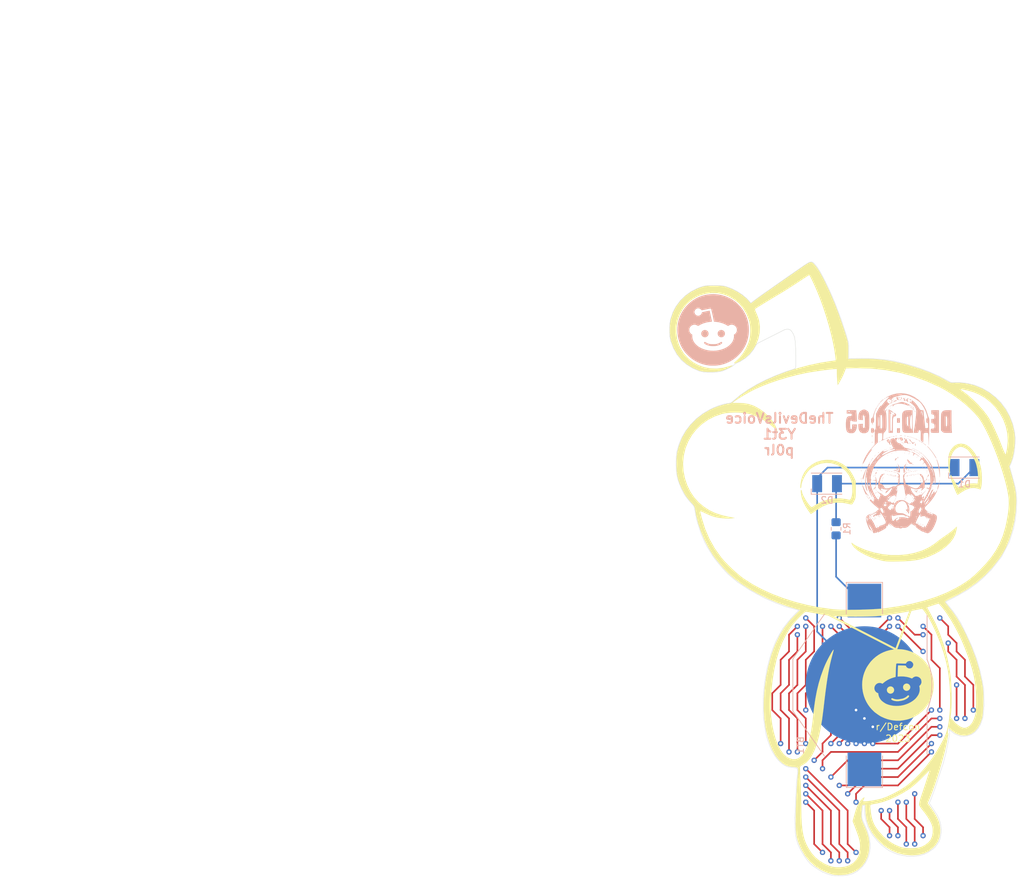
<source format=kicad_pcb>
(kicad_pcb (version 20211014) (generator pcbnew)
  (title_block (title "r/DEFCON") (date "2022-08-25") (rev "v1.5") (company "DE:AD:10:C5"))
  (layers (0 "F.Cu" signal) (31 "B.Cu" signal) (34 "B.Paste" user) (35 "F.Paste" user) (36 "B.SilkS" user "B.Silkscreen") (37 "F.SilkS" user "F.Silkscreen") (38 "B.Mask" user) (39 "F.Mask" user) (44 "Edge.Cuts" user))
  (net 0 "")
  (net 1 "Net-(BT1-Pad2)")
  (net 2 "Net-(BT1-Pad1)")
  (net 3 "Net-(D1-Pad2)")
  (footprint "reddit:reddit_silkscreen" (layer "F.Cu") (at 143.51 100.2665)
    (fp_text reference "G***" hide)
    (fp_text value "LOGO" hide)
  )
  (footprint "MountingHole:MountingHole_3.2mm_M3_ISO14580" (layer "F.Cu") (at 135.1026 59.182)
    (fp_text reference "REF**" hide)
    (fp_text value "MountingHole_3.2mm_M3_ISO14580" hide)
  )
  (footprint "reddit:reddit_logo_silkscreen" (layer "F.Cu") (at 149.86 116.84 10)
    (fp_text reference "G***" hide)
    (fp_text value "LOGO" hide)
  )
  (footprint "Battery:BatteryHolder_Keystone_3002_1x2032" (layer "B.Cu") (at 144.78 116.84 90)
    (fp_text reference "BT1")
    (fp_text value "Battery_Cell")
  )
  (footprint "LED_SMD:LED_PLCC-2" (layer "B.Cu") (at 139.1172 86.3092)
    (fp_text reference "D2")
    (fp_text value "LED")
  )
  (footprint "LED_SMD:LED_PLCC-2" (layer "B.Cu") (at 159.9424 83.8708)
    (fp_text reference "D1")
    (fp_text value "LED")
  )
  (footprint "Resistor_SMD:R_0805_2012Metric_Pad1.20x1.40mm_HandSolder" (layer "B.Cu") (at 140.4874 93.1578 90)
    (fp_text reference "R1")
    (fp_text value "R")
  )
  (footprint "reddit:D3AD10C5_silkscreen" (layer "B.Cu") (at 150.2918 83.1088 180)
    (fp_text reference "G***" hide)
    (fp_text value "LOGO" hide)
  )
  (footprint "reddit:reddit_logo_silkscreen" (layer "B.Cu") (at 121.8438 62.992 180)
    (fp_text reference "G***" hide)
    (fp_text value "LOGO" hide)
  )
  (gr_line (start 139.1158 106.0704) (end 149.5806 111.4552) (layer "F.SilkS") (width 0.3))
  (gr_line (start 149.606 111.4044) (end 151.892 105.2322) (layer "F.SilkS") (width 0.3))
  (gr_line (start 157.607 123.571) (end 157.6578 123.7488) (layer "Edge.Cuts") (width 0.05))
  (gr_line (start 145.034 137.4648) (end 145.3134 138.3538) (layer "Edge.Cuts") (width 0.05))
  (gr_line (start 136.7028 52.6796) (end 136.5504 52.705) (layer "Edge.Cuts") (width 0.05))
  (gr_line (start 128.4224 65.2018) (end 128.6002 65.024) (layer "Edge.Cuts") (width 0.05))
  (gr_line (start 134.366 68.6562) (end 134.3914 68.4784) (layer "Edge.Cuts") (width 0.05))
  (gr_line (start 134.2644 68.834) (end 134.0866 68.9356) (layer "Edge.Cuts") (width 0.05))
  (gr_line (start 141.224 61.341) (end 140.9192 60.5282) (layer "Edge.Cuts") (width 0.05))
  (gr_line (start 144.5514 144.2974) (end 144.2974 144.5768) (layer "Edge.Cuts") (width 0.05))
  (gr_line (start 120.3198 56.388) (end 120.6754 56.3118) (layer "Edge.Cuts") (width 0.05))
  (gr_line (start 144.2974 144.5768) (end 144.0688 144.78) (layer "Edge.Cuts") (width 0.05))
  (gr_line (start 128.3716 58.3184) (end 128.7526 58.039) (layer "Edge.Cuts") (width 0.05))
  (gr_line (start 130.3528 103.9622) (end 129.794 103.7336) (layer "Edge.Cuts") (width 0.05))
  (gr_line (start 129.8956 124.4854) (end 129.794 123.825) (layer "Edge.Cuts") (width 0.05))
  (gr_line (start 144.3736 136.5504) (end 144.399 136.0932) (layer "Edge.Cuts") (width 0.05))
  (gr_line (start 130.0226 114.3762) (end 130.3274 113.1824) (layer "Edge.Cuts") (width 0.05))
  (gr_line (start 134.62 129.6416) (end 134.5692 129.5146) (layer "Edge.Cuts") (width 0.05))
  (gr_line (start 144.7546 144.0434) (end 144.5514 144.2974) (layer "Edge.Cuts") (width 0.05))
  (gr_line (start 163.703 72.4662) (end 164.6682 73.2282) (layer "Edge.Cuts") (width 0.05))
  (gr_line (start 117.221 67.7164) (end 117.0178 67.5386) (layer "Edge.Cuts") (width 0.05))
  (gr_line (start 162.7378 121.7676) (end 162.4838 122.5042) (layer "Edge.Cuts") (width 0.05))
  (gr_line (start 115.5192 61.0108) (end 115.7478 60.325) (layer "Edge.Cuts") (width 0.05))
  (gr_line (start 142.2908 64.6684) (end 142.1892 64.3636) (layer "Edge.Cuts") (width 0.05))
  (gr_line (start 160.401 124.5616) (end 159.8422 124.6378) (layer "Edge.Cuts") (width 0.05))
  (gr_line (start 136.4996 143.8656) (end 136.1948 143.5354) (layer "Edge.Cuts") (width 0.05))
  (gr_line (start 120.7262 75.438) (end 121.3866 75.057) (layer "Edge.Cuts") (width 0.05))
  (gr_line (start 137.8712 144.8816) (end 137.4648 144.6022) (layer "Edge.Cuts") (width 0.05))
  (gr_line (start 121.666 56.261) (end 122.555 56.261) (layer "Edge.Cuts") (width 0.05))
  (gr_line (start 154.6098 134.7724) (end 155.4226 135.9916) (layer "Edge.Cuts") (width 0.05))
  (gr_line (start 166.2176 96.139) (end 165.5826 97.3582) (layer "Edge.Cuts") (width 0.05))
  (gr_line (start 128.4732 71.2724) (end 129.5146 70.739) (layer "Edge.Cuts") (width 0.05))
  (gr_line (start 124.8918 100.6856) (end 124.1552 100.076) (layer "Edge.Cuts") (width 0.05))
  (gr_line (start 118.4148 77.3684) (end 118.872 76.9112) (layer "Edge.Cuts") (width 0.05))
  (gr_line (start 129.7178 57.3532) (end 130.3782 56.896) (layer "Edge.Cuts") (width 0.05))
  (gr_line (start 129.794 115.7224) (end 130.0226 114.3762) (layer "Edge.Cuts") (width 0.05))
  (gr_line (start 140.335 145.7706) (end 139.9032 145.7198) (layer "Edge.Cuts") (width 0.05))
  (gr_line (start 119.7102 92.8878) (end 119.5324 92.3798) (layer "Edge.Cuts") (width 0.05))
  (gr_line (start 121.9708 74.7776) (end 122.682 74.4982) (layer "Edge.Cuts") (width 0.05))
  (gr_line (start 144.399 136.0932) (end 144.4752 135.4836) (layer "Edge.Cuts") (width 0.05))
  (gr_line (start 136.7536 144.0942) (end 136.4996 143.8656) (layer "Edge.Cuts") (width 0.05))
  (gr_line (start 120.6754 56.3118) (end 120.9294 56.2864) (layer "Edge.Cuts") (width 0.05))
  (gr_line (start 134.5692 129.5146) (end 134.493 129.4384) (layer "Edge.Cuts") (width 0.05))
  (gr_line (start 155.194 141.7066) (end 154.813 141.9606) (layer "Edge.Cuts") (width 0.05))
  (gr_line (start 119.8372 56.5404) (end 120.3198 56.388) (layer "Edge.Cuts") (width 0.05))
  (gr_line (start 162.7378 100.6348) (end 161.8742 101.3714) (layer "Edge.Cuts") (width 0.05))
  (gr_line (start 147.4216 67.4624) (end 146.177 67.3608) (layer "Edge.Cuts") (width 0.05))
  (gr_line (start 167.4368 81.788) (end 167.259 82.5246) (layer "Edge.Cuts") (width 0.05))
  (gr_line (start 132.9182 69.3166) (end 133.604 69.088) (layer "Edge.Cuts") (width 0.05))
  (gr_line (start 125.5522 67.945) (end 125.9586 67.7672) (layer "Edge.Cuts") (width 0.05))
  (gr_line (start 166.8018 76.0984) (end 167.259 77.2668) (layer "Edge.Cuts") (width 0.05))
  (gr_line (start 167.386 93.1164) (end 166.751 95.123) (layer "Edge.Cuts") (width 0.05))
  (gr_line (start 157.6578 123.7488) (end 157.6832 124.333) (layer "Edge.Cuts") (width 0.05))
  (gr_line (start 156.4132 139.2174) (end 156.337 139.7254) (layer "Edge.Cuts") (width 0.05))
  (gr_line (start 157.7086 70.8914) (end 157.8356 70.9422) (layer "Edge.Cuts") (width 0.05))
  (gr_line (start 115.2398 63.3984) (end 115.2398 62.6364) (layer "Edge.Cuts") (width 0.05))
  (gr_line (start 145.415 142.748) (end 145.288 143.1036) (layer "Edge.Cuts") (width 0.05))
  (gr_line (start 140.4874 59.3852) (end 140.2842 58.8518) (layer "Edge.Cuts") (width 0.05))
  (gr_line (start 129.4384 119.6848) (end 129.4638 118.491) (layer "Edge.Cuts") (width 0.05))
  (gr_line (start 144.6022 137.5918) (end 144.4498 137.2362) (layer "Edge.Cuts") (width 0.05))
  (gr_line (start 159.004 124.4854) (end 158.4198 124.2314) (layer "Edge.Cuts") (width 0.05))
  (gr_line (start 115.2906 64.0334) (end 115.2398 63.3984) (layer "Edge.Cuts") (width 0.05))
  (gr_line (start 156.337 139.7254) (end 156.21 140.2842) (layer "Edge.Cuts") (width 0.05))
  (gr_line (start 125.2728 68.0974) (end 125.5522 67.945) (layer "Edge.Cuts") (width 0.05))
  (gr_line (start 116.7892 80.0608) (end 116.9416 79.7052) (layer "Edge.Cuts") (width 0.05))
  (gr_line (start 155.4734 132.5372) (end 154.8638 134.1882) (layer "Edge.Cuts") (width 0.05))
  (gr_line (start 132.2832 69.5452) (end 132.9182 69.3166) (layer "Edge.Cuts") (width 0.05))
  (gr_line (start 122.9868 69.2912) (end 122.3264 69.3928) (layer "Edge.Cuts") (width 0.05))
  (gr_line (start 137.0584 144.3482) (end 136.7536 144.0942) (layer "Edge.Cuts") (width 0.05))
  (gr_line (start 151.7396 142.8242) (end 151.1554 142.7988) (layer "Edge.Cuts") (width 0.05))
  (gr_line (start 131.318 104.394) (end 130.8608 104.1908) (layer "Edge.Cuts") (width 0.05))
  (gr_line (start 156.1846 70.0532) (end 157.5054 70.7644) (layer "Edge.Cuts") (width 0.05))
  (gr_line (start 118.5164 57.1754) (end 119.3038 56.769) (layer "Edge.Cuts") (width 0.05))
  (gr_line (start 129.667 116.4844) (end 129.794 115.7224) (layer "Edge.Cuts") (width 0.05))
  (gr_line (start 140.9192 60.5282) (end 140.4874 59.3852) (layer "Edge.Cuts") (width 0.05))
  (gr_line (start 115.7478 60.325) (end 116.0018 59.817) (layer "Edge.Cuts") (width 0.05))
  (gr_line (start 125.9586 67.7672) (end 126.6698 67.31) (layer "Edge.Cuts") (width 0.05))
  (gr_line (start 129.794 123.825) (end 129.667 123.1138) (layer "Edge.Cuts") (width 0.05))
  (gr_line (start 155.4988 141.4272) (end 155.194 141.7066) (layer "Edge.Cuts") (width 0.05))
  (gr_line (start 134.9248 141.478) (end 134.7216 141.0208) (layer "Edge.Cuts") (width 0.05))
  (gr_line (start 167.5384 78.486) (end 167.64 79.4004) (layer "Edge.Cuts") (width 0.05))
  (gr_line (start 166.116 74.8792) (end 166.243 75.057) (layer "Edge.Cuts") (width 0.05))
  (gr_line (start 134.1882 64.0842) (end 133.985 63.5762) (layer "Edge.Cuts") (width 0.05))
  (gr_line (start 134.3914 68.4784) (end 134.3914 66.9544) (layer "Edge.Cuts") (width 0.05))
  (gr_line (start 124.7394 56.769) (end 125.3744 57.0992) (layer "Edge.Cuts") (width 0.05))
  (gr_line (start 159.2072 70.9676) (end 159.9692 71.0438) (layer "Edge.Cuts") (width 0.05))
  (gr_line (start 144.5006 135.2296) (end 144.526 135.1534) (layer "Edge.Cuts") (width 0.05))
  (gr_line (start 122.682 74.4982) (end 123.19 74.3458) (layer "Edge.Cuts") (width 0.05))
  (gr_line (start 145.5928 140.462) (end 145.6436 140.97) (layer "Edge.Cuts") (width 0.05))
  (gr_line (start 157.099 104.2416) (end 157.099 104.267) (layer "Edge.Cuts") (width 0.05))
  (gr_line (start 157.2768 104.1146) (end 157.099 104.2416) (layer "Edge.Cuts") (width 0.05))
  (gr_line (start 132.588 128.9812) (end 132.3086 128.778) (layer "Edge.Cuts") (width 0.05))
  (gr_line (start 134.2644 138.4554) (end 134.2644 137.8712) (layer "Edge.Cuts") (width 0.05))
  (gr_line (start 144.8308 135.9916) (end 144.8562 136.5504) (layer "Edge.Cuts") (width 0.05))
  (gr_line (start 160.5788 71.1454) (end 161.417 71.3486) (layer "Edge.Cuts") (width 0.05))
  (gr_line (start 124.1552 100.076) (end 123.698 99.5934) (layer "Edge.Cuts") (width 0.05))
  (gr_line (start 125.5268 101.219) (end 124.8918 100.6856) (layer "Edge.Cuts") (width 0.05))
  (gr_line (start 129.5654 117.3988) (end 129.667 116.4844) (layer "Edge.Cuts") (width 0.05))
  (gr_line (start 115.3414 64.262) (end 115.2906 64.0334) (layer "Edge.Cuts") (width 0.05))
  (gr_line (start 156.083 140.589) (end 155.8544 140.9446) (layer "Edge.Cuts") (width 0.05))
  (gr_line (start 125.5268 57.1754) (end 126.2126 57.6326) (layer "Edge.Cuts") (width 0.05))
  (gr_line (start 123.9266 74.168) (end 124.3076 74.1172) (layer "Edge.Cuts") (width 0.05))
  (gr_line (start 119.0752 90.2716) (end 118.9736 89.8398) (layer "Edge.Cuts") (width 0.05))
  (gr_line (start 132.6642 62.9666) (end 132.969 62.8904) (layer "Edge.Cuts") (width 0.05))
  (gr_line (start 144.5514 135.128) (end 144.6276 135.1026) (layer "Edge.Cuts") (width 0.05))
  (gr_line (start 118.2116 88.9) (end 117.9322 88.5444) (layer "Edge.Cuts") (width 0.05))
  (gr_line (start 123.19 74.3458) (end 123.5456 74.2442) (layer "Edge.Cuts") (width 0.05))
  (gr_line (start 116.5352 85.7504) (end 116.3828 85.1408) (layer "Edge.Cuts") (width 0.05))
  (gr_line (start 129.5146 70.739) (end 129.8702 70.5612) (layer "Edge.Cuts") (width 0.05))
  (gr_line (start 141.9098 63.3984) (end 141.6304 62.5602) (layer "Edge.Cuts") (width 0.05))
  (gr_line (start 121.3866 75.057) (end 121.9708 74.7776) (layer "Edge.Cuts") (width 0.05))
  (gr_line (start 130.8608 104.1908) (end 130.3528 103.9622) (layer "Edge.Cuts") (width 0.05))
  (gr_line (start 149.3266 67.7418) (end 150.9014 68.1228) (layer "Edge.Cuts") (width 0.05))
  (gr_line (start 129.8702 70.5612) (end 130.8608 70.1294) (layer "Edge.Cuts") (width 0.05))
  (gr_line (start 145.288 139.2174) (end 145.2118 138.9634) (layer "Edge.Cuts") (width 0.05))
  (gr_line (start 138.8364 55.6514) (end 138.4046 54.8132) (layer "Edge.Cuts") (width 0.05))
  (gr_line (start 116.2812 82.169) (end 116.3574 81.4578) (layer "Edge.Cuts") (width 0.05))
  (gr_line (start 120.9548 95.9104) (end 120.5992 95.2246) (layer "Edge.Cuts") (width 0.05))
  (gr_line (start 162.8394 117.3988) (end 162.8902 118.3386) (layer "Edge.Cuts") (width 0.05))
  (gr_line (start 139.1412 145.4912) (end 138.4808 145.2372) (layer "Edge.Cuts") (width 0.05))
  (gr_line (start 133.604 69.088) (end 134.0866 68.9356) (layer "Edge.Cuts") (width 0.05))
  (gr_line (start 148.209 141.7574) (end 147.828 141.478) (layer "Edge.Cuts") (width 0.05))
  (gr_line (start 167.6146 80.2132) (end 167.5638 80.8228) (layer "Edge.Cuts") (width 0.05))
  (gr_line (start 145.1356 143.4338) (end 144.907 143.8402) (layer "Edge.Cuts") (width 0.05))
  (gr_line (start 129.2098 57.7088) (end 129.7178 57.3532) (layer "Edge.Cuts") (width 0.05))
  (gr_line (start 165.5826 97.3582) (end 164.8206 98.3488) (layer "Edge.Cuts") (width 0.05))
  (gr_line (start 161.1376 111.2012) (end 161.5694 112.3442) (layer "Edge.Cuts") (width 0.05))
  (gr_line (start 118.9736 89.8398) (end 118.8974 89.662) (layer "Edge.Cuts") (width 0.05))
  (gr_line (start 142.3924 67.3608) (end 142.3924 65.4304) (layer "Edge.Cuts") (width 0.05))
  (gr_line (start 116.2304 59.4106) (end 116.6114 58.9026) (layer "Edge.Cuts") (width 0.05))
  (gr_line (start 131.5212 127.9906) (end 131.2672 127.6604) (layer "Edge.Cuts") (width 0.05))
  (gr_line (start 156.3624 138.1252) (end 156.4132 138.7094) (layer "Edge.Cuts") (width 0.05))
  (gr_line (start 146.9644 140.716) (end 146.685 140.4112) (layer "Edge.Cuts") (width 0.05))
  (gr_line (start 116.6114 58.9026) (end 116.8654 58.547) (layer "Edge.Cuts") (width 0.05))
  (gr_line (start 116.2304 82.9056) (end 116.2812 82.169) (layer "Edge.Cuts") (width 0.05))
  (gr_line (start 137.7188 53.6194) (end 137.2616 53.0352) (layer "Edge.Cuts") (width 0.05))
  (gr_line (start 146.3802 140.0302) (end 146.05 139.6492) (layer "Edge.Cuts") (width 0.05))
  (gr_line (start 127.1524 72.0598) (end 128.4732 71.2724) (layer "Edge.Cuts") (width 0.05))
  (gr_line (start 142.3924 65.4304) (end 142.367 65.0494) (layer "Edge.Cuts") (width 0.05))
  (gr_line (start 155.4226 135.9916) (end 155.829 136.6266) (layer "Edge.Cuts") (width 0.05))
  (gr_line (start 162.9156 119.9896) (end 162.7378 121.7676) (layer "Edge.Cuts") (width 0.05))
  (gr_line (start 153.2382 68.834) (end 154.7622 69.4182) (layer "Edge.Cuts") (width 0.05))
  (gr_line (start 126.7968 58.1152) (end 126.9238 58.2168) (layer "Edge.Cuts") (width 0.05))
  (gr_line (start 156.2354 137.6172) (end 156.3624 138.1252) (layer "Edge.Cuts") (width 0.05))
  (gr_line (start 135.509 53.3146) (end 135.6868 53.1876) (layer "Edge.Cuts") (width 0.05))
  (gr_line (start 124.333 68.7324) (end 123.698 69.0372) (layer "Edge.Cuts") (width 0.05))
  (gr_line (start 131.7244 128.2446) (end 131.5212 127.9906) (layer "Edge.Cuts") (width 0.05))
  (gr_line (start 133.2484 62.8904) (end 133.5024 62.9666) (layer "Edge.Cuts") (width 0.05))
  (gr_line (start 134.1374 129.3876) (end 133.604 129.3114) (layer "Edge.Cuts") (width 0.05))
  (gr_line (start 162.2806 114.6302) (end 162.6362 116.2558) (layer "Edge.Cuts") (width 0.05))
  (gr_line (start 120.269 75.7174) (end 120.7262 75.438) (layer "Edge.Cuts") (width 0.05))
  (gr_line (start 118.11 57.4548) (end 118.5164 57.1754) (layer "Edge.Cuts") (width 0.05))
  (gr_line (start 123.698 99.5934) (end 123.317 99.1616) (layer "Edge.Cuts") (width 0.05))
  (gr_line (start 137.2616 53.0352) (end 137.1092 52.8828) (layer "Edge.Cuts") (width 0.05))
  (gr_line (start 126.2888 57.6834) (end 126.7968 58.1152) (layer "Edge.Cuts") (width 0.05))
  (gr_line (start 166.7764 83.6676) (end 167.1574 85.0646) (layer "Edge.Cuts") (width 0.05))
  (gr_line (start 128.7526 58.039) (end 129.2098 57.7088) (layer "Edge.Cuts") (width 0.05))
  (gr_line (start 135.8138 143.002) (end 135.6106 142.6972) (layer "Edge.Cuts") (width 0.05))
  (gr_line (start 156.083 137.1346) (end 156.2354 137.6172) (layer "Edge.Cuts") (width 0.05))
  (gr_line (start 159.4104 124.6124) (end 159.004 124.4854) (layer "Edge.Cuts") (width 0.05))
  (gr_line (start 159.8422 124.6378) (end 159.4104 124.6124) (layer "Edge.Cuts") (width 0.05))
  (gr_line (start 123.5456 74.2442) (end 123.9266 74.168) (layer "Edge.Cuts") (width 0.05))
  (gr_line (start 133.604 54.6354) (end 134.2644 54.1782) (layer "Edge.Cuts") (width 0.05))
  (gr_line (start 130.683 126.6952) (end 130.429 126.0856) (layer "Edge.Cuts") (width 0.05))
  (gr_line (start 121.7422 97.1804) (end 121.3866 96.5962) (layer "Edge.Cuts") (width 0.05))
  (gr_line (start 149.987 142.5702) (end 149.5806 142.4432) (layer "Edge.Cuts") (width 0.05))
  (gr_line (start 144.399 136.9568) (end 144.3736 136.5504) (layer "Edge.Cuts") (width 0.05))
  (gr_line (start 125.3744 57.0992) (end 125.5268 57.1754) (layer "Edge.Cuts") (width 0.05))
  (gr_line (start 147.3962 141.1224) (end 146.9644 140.716) (layer "Edge.Cuts") (width 0.05))
  (gr_line (start 158.0388 70.993) (end 158.5214 70.9676) (layer "Edge.Cuts") (width 0.05))
  (gr_line (start 148.5392 141.986) (end 148.209 141.7574) (layer "Edge.Cuts") (width 0.05))
  (gr_line (start 145.5166 138.7602) (end 145.3134 138.3538) (layer "Edge.Cuts") (width 0.05))
  (gr_line (start 117.1448 79.248) (end 117.221 79.121) (layer "Edge.Cuts") (width 0.05))
  (gr_line (start 121.7168 69.4182) (end 120.9294 69.4182) (layer "Edge.Cuts") (width 0.05))
  (gr_line (start 144.8562 136.5504) (end 145.034 137.4648) (layer "Edge.Cuts") (width 0.05))
  (gr_line (start 134.493 129.4384) (end 134.366 129.413) (layer "Edge.Cuts") (width 0.05))
  (gr_line (start 134.2898 64.7954) (end 134.1882 64.0842) (layer "Edge.Cuts") (width 0.05))
  (gr_line (start 115.2906 61.976) (end 115.3922 61.3918) (layer "Edge.Cuts") (width 0.05))
  (gr_line (start 134.3152 139.2682) (end 134.2644 138.4554) (layer "Edge.Cuts") (width 0.05))
  (gr_line (start 158.1404 105.5878) (end 158.8262 106.553) (layer "Edge.Cuts") (width 0.05))
  (gr_line (start 134.2644 54.1782) (end 135.1026 53.594) (layer "Edge.Cuts") (width 0.05))
  (gr_line (start 142.0622 63.881) (end 141.9098 63.3984) (layer "Edge.Cuts") (width 0.05))
  (gr_line (start 123.317 99.1616) (end 122.682 98.425) (layer "Edge.Cuts") (width 0.05))
  (gr_line (start 116.9416 79.7052) (end 117.1448 79.248) (layer "Edge.Cuts") (width 0.05))
  (gr_line (start 135.1534 141.9352) (end 134.9248 141.478) (layer "Edge.Cuts") (width 0.05))
  (gr_line (start 145.5166 139.9794) (end 145.5928 140.462) (layer "Edge.Cuts") (width 0.05))
  (gr_line (start 118.7196 68.7832) (end 118.1608 68.4276) (layer "Edge.Cuts") (width 0.05))
  (gr_line (start 144.4498 137.2362) (end 144.399 136.9568) (layer "Edge.Cuts") (width 0.05))
  (gr_line (start 157.8356 70.9422) (end 158.0388 70.993) (layer "Edge.Cuts") (width 0.05))
  (gr_line (start 133.5024 62.9666) (end 133.731 63.1698) (layer "Edge.Cuts") (width 0.05))
  (gr_line (start 160.5534 102.3366) (end 159.2326 103.0986) (layer "Edge.Cuts") (width 0.05))
  (gr_line (start 166.9542 83.3628) (end 166.7764 83.6676) (layer "Edge.Cuts") (width 0.05))
  (gr_line (start 151.1554 142.7988) (end 150.5712 142.6972) (layer "Edge.Cuts") (width 0.05))
  (gr_line (start 120.9294 56.2864) (end 121.666 56.261) (layer "Edge.Cuts") (width 0.05))
  (gr_line (start 147.828 141.478) (end 147.3962 141.1224) (layer "Edge.Cuts") (width 0.05))
  (gr_line (start 148.336 67.564) (end 149.3266 67.7418) (layer "Edge.Cuts") (width 0.05))
  (gr_line (start 117.8306 78.1304) (end 118.4148 77.3684) (layer "Edge.Cuts") (width 0.05))
  (gr_line (start 116.586 80.645) (end 116.7892 80.0608) (layer "Edge.Cuts") (width 0.05))
  (gr_line (start 145.288 139.2174) (end 145.415 139.5984) (layer "Edge.Cuts") (width 0.05))
  (gr_line (start 143.0528 145.4404) (end 142.748 145.542) (layer "Edge.Cuts") (width 0.05))
  (gr_line (start 135.6106 142.6972) (end 135.3312 142.24) (layer "Edge.Cuts") (width 0.05))
  (gr_line (start 134.366 139.7) (end 134.3152 139.2682) (layer "Edge.Cuts") (width 0.05))
  (gr_line (start 162.3568 122.8598) (end 162.0266 123.4186) (layer "Edge.Cuts") (width 0.05))
  (gr_line (start 117.6274 88.138) (end 117.4496 87.8586) (layer "Edge.Cuts") (width 0.05))
  (gr_line (start 117.8306 68.2244) (end 117.221 67.7164) (layer "Edge.Cuts") (width 0.05))
  (gr_line (start 134.3914 66.9544) (end 134.366 65.913) (layer "Edge.Cuts") (width 0.05))
  (gr_line (start 158.5214 70.9676) (end 159.2072 70.9676) (layer "Edge.Cuts") (width 0.05))
  (gr_line (start 145.6436 140.97) (end 145.6436 141.5542) (layer "Edge.Cuts") (width 0.05))
  (gr_line (start 128.2192 65.532) (end 128.4224 65.2018) (layer "Edge.Cuts") (width 0.05))
  (gr_line (start 144.907 143.8402) (end 144.7546 144.0434) (layer "Edge.Cuts") (width 0.05))
  (gr_line (start 145.4912 142.4686) (end 145.415 142.748) (layer "Edge.Cuts") (width 0.05))
  (gr_line (start 118.4402 89.154) (end 118.2116 88.9) (layer "Edge.Cuts") (width 0.05))
  (gr_line (start 138.4046 54.8132) (end 138.0998 54.2544) (layer "Edge.Cuts") (width 0.05))
  (gr_line (start 132.588 104.8766) (end 131.9276 104.6226) (layer "Edge.Cuts") (width 0.05))
  (gr_line (start 129.667 123.1138) (end 129.4892 121.8184) (layer "Edge.Cuts") (width 0.05))
  (gr_line (start 149.225 142.2908) (end 148.5392 141.986) (layer "Edge.Cuts") (width 0.05))
  (gr_line (start 160.909 110.6678) (end 161.1376 111.2012) (layer "Edge.Cuts") (width 0.05))
  (gr_line (start 135.3312 142.24) (end 135.1534 141.9352) (layer "Edge.Cuts") (width 0.05))
  (gr_line (start 167.8178 87.8586) (end 167.8686 88.8492) (layer "Edge.Cuts") (width 0.05))
  (gr_line (start 134.874 105.5116) (end 133.35 105.1052) (layer "Edge.Cuts") (width 0.05))
  (gr_line (start 116.7384 86.3346) (end 116.5352 85.7504) (layer "Edge.Cuts") (width 0.05))
  (gr_line (start 167.5638 80.8228) (end 167.4368 81.788) (layer "Edge.Cuts") (width 0.05))
  (gr_line (start 138.0998 54.2544) (end 137.7188 53.6194) (layer "Edge.Cuts") (width 0.05))
  (gr_line (start 142.1892 64.3636) (end 142.0622 63.881) (layer "Edge.Cuts") (width 0.05))
  (gr_line (start 117.221 79.121) (end 117.7036 78.2828) (layer "Edge.Cuts") (width 0.05))
  (gr_line (start 136.9568 52.7558) (end 136.8298 52.705) (layer "Edge.Cuts") (width 0.05))
  (gr_line (start 131.9022 109.1692) (end 132.4356 108.2802) (layer "Edge.Cuts") (width 0.05))
  (gr_line (start 117.2972 58.1406) (end 117.6274 57.8104) (layer "Edge.Cuts") (width 0.05))
  (gr_line (start 152.2222 142.8242) (end 151.7396 142.8242) (layer "Edge.Cuts") (width 0.05))
  (gr_line (start 145.5928 142.0876) (end 145.4912 142.4686) (layer "Edge.Cuts") (width 0.05))
  (gr_line (start 127.8128 66.167) (end 127.9652 65.9638) (layer "Edge.Cuts") (width 0.05))
  (gr_line (start 142.748 145.542) (end 142.2908 145.669) (layer "Edge.Cuts") (width 0.05))
  (gr_line (start 158.4198 124.2314) (end 157.8864 123.825) (layer "Edge.Cuts") (width 0.05))
  (gr_line (start 155.829 136.6266) (end 156.083 137.1346) (layer "Edge.Cuts") (width 0.05))
  (gr_line (start 141.9606 145.7198) (end 141.4272 145.7706) (layer "Edge.Cuts") (width 0.05))
  (gr_line (start 139.8778 57.912) (end 139.4968 57.023) (layer "Edge.Cuts") (width 0.05))
  (gr_line (start 138.4808 145.2372) (end 137.8712 144.8816) (layer "Edge.Cuts") (width 0.05))
  (gr_line (start 135.6868 53.1876) (end 135.9662 53.0098) (layer "Edge.Cuts") (width 0.05))
  (gr_line (start 132.9944 129.1844) (end 132.588 128.9812) (layer "Edge.Cuts") (width 0.05))
  (gr_line (start 149.5806 142.4432) (end 149.225 142.2908) (layer "Edge.Cuts") (width 0.05))
  (gr_line (start 127.2286 58.547) (end 127.5588 58.928) (layer "Edge.Cuts") (width 0.05))
  (gr_line (start 130.3782 56.896) (end 131.1656 56.3372) (layer "Edge.Cuts") (width 0.05))
  (gr_line (start 130.1496 125.2982) (end 129.8956 124.4854) (layer "Edge.Cuts") (width 0.05))
  (gr_line (start 140.2842 58.8518) (end 139.8778 57.912) (layer "Edge.Cuts") (width 0.05))
  (gr_line (start 132.969 105.0036) (end 132.588 104.8766) (layer "Edge.Cuts") (width 0.05))
  (gr_line (start 127.9652 65.9638) (end 128.2192 65.532) (layer "Edge.Cuts") (width 0.05))
  (gr_line (start 164.6682 73.2282) (end 165.481 74.041) (layer "Edge.Cuts") (width 0.05))
  (gr_line (start 142.2908 145.669) (end 141.9606 145.7198) (layer "Edge.Cuts") (width 0.05))
  (gr_line (start 117.0178 67.5386) (end 116.3574 66.7004) (layer "Edge.Cuts") (width 0.05))
  (gr_line (start 157.6832 124.333) (end 157.48 125.5014) (layer "Edge.Cuts") (width 0.05))
  (gr_line (start 133.096 107.4166) (end 133.6294 106.7816) (layer "Edge.Cuts") (width 0.05))
  (gr_line (start 129.4384 120.7262) (end 129.4384 119.6848) (layer "Edge.Cuts") (width 0.05))
  (gr_line (start 157.1244 104.3432) (end 157.2768 104.521) (layer "Edge.Cuts") (width 0.05))
  (gr_line (start 162.0266 123.4186) (end 161.5694 123.952) (layer "Edge.Cuts") (width 0.05))
  (gr_line (start 157.2768 104.521) (end 158.1404 105.5878) (layer "Edge.Cuts") (width 0.05))
  (gr_line (start 116.0018 59.817) (end 116.2304 59.4106) (layer "Edge.Cuts") (width 0.05))
  (gr_line (start 119.5324 92.3798) (end 119.3292 91.6432) (layer "Edge.Cuts") (width 0.05))
  (gr_line (start 126.6698 67.31) (end 127.381 66.7258) (layer "Edge.Cuts") (width 0.05))
  (gr_line (start 144.3736 67.31) (end 143.6116 67.31) (layer "Edge.Cuts") (width 0.05))
  (gr_line (start 136.1948 143.5354) (end 136.0424 143.3068) (layer "Edge.Cuts") (width 0.05))
  (gr_line (start 145.288 143.1036) (end 145.1356 143.4338) (layer "Edge.Cuts") (width 0.05))
  (gr_line (start 128.5748 103.0986) (end 127.6858 102.5906) (layer "Edge.Cuts") (width 0.05))
  (gr_line (start 129.2098 103.4288) (end 128.5748 103.0986) (layer "Edge.Cuts") (width 0.05))
  (gr_line (start 130.6322 112.0902) (end 130.937 111.2774) (layer "Edge.Cuts") (width 0.05))
  (gr_line (start 139.5222 145.6182) (end 139.1412 145.4912) (layer "Edge.Cuts") (width 0.05))
  (gr_line (start 119.3292 91.6432) (end 119.2022 91.0082) (layer "Edge.Cuts") (width 0.05))
  (gr_line (start 133.35 105.1052) (end 132.969 105.0036) (layer "Edge.Cuts") (width 0.05))
  (gr_line (start 141.6304 62.5602) (end 141.224 61.341) (layer "Edge.Cuts") (width 0.05))
  (gr_line (start 133.604 129.3114) (end 133.2992 129.286) (layer "Edge.Cuts") (width 0.05))
  (gr_line (start 119.3038 56.769) (end 119.8372 56.5404) (layer "Edge.Cuts") (width 0.05))
  (gr_line (start 158.8262 106.553) (end 159.4104 107.5182) (layer "Edge.Cuts") (width 0.05))
  (gr_line (start 162.6616 71.8566) (end 163.703 72.4662) (layer "Edge.Cuts") (width 0.05))
  (gr_line (start 145.7706 139.2174) (end 145.5166 138.7602) (layer "Edge.Cuts") (width 0.05))
  (gr_line (start 131.9276 104.6226) (end 131.318 104.394) (layer "Edge.Cuts") (width 0.05))
  (gr_line (start 115.4176 64.643) (end 115.3414 64.262) (layer "Edge.Cuts") (width 0.05))
  (gr_line (start 115.3922 61.3918) (end 115.5192 61.0108) (layer "Edge.Cuts") (width 0.05))
  (gr_line (start 133.2992 129.286) (end 132.9944 129.1844) (layer "Edge.Cuts") (width 0.05))
  (gr_line (start 134.493 140.335) (end 134.366 139.7) (layer "Edge.Cuts") (width 0.05))
  (gr_line (start 116.3828 85.1408) (end 116.2812 84.4042) (layer "Edge.Cuts") (width 0.05))
  (gr_line (start 167.259 77.2668) (end 167.3098 77.47) (layer "Edge.Cuts") (width 0.05))
  (gr_line (start 119.2022 91.0082) (end 119.0752 90.2716) (layer "Edge.Cuts") (width 0.05))
  (gr_line (start 143.4338 145.2372) (end 143.0528 145.4404) (layer "Edge.Cuts") (width 0.05))
  (gr_line (start 117.9322 88.5444) (end 117.6274 88.138) (layer "Edge.Cuts") (width 0.05))
  (gr_line (start 117.7036 78.2828) (end 117.8306 78.1304) (layer "Edge.Cuts") (width 0.05))
  (gr_line (start 124.8156 68.453) (end 125.2728 68.0974) (layer "Edge.Cuts") (width 0.05))
  (gr_line (start 167.1574 85.0646) (end 167.6654 86.9442) (layer "Edge.Cuts") (width 0.05))
  (gr_line (start 157.5054 70.7644) (end 157.7086 70.8914) (layer "Edge.Cuts") (width 0.05))
  (gr_line (start 124.5108 74.0664) (end 124.7394 73.914) (layer "Edge.Cuts") (width 0.05))
  (gr_line (start 127.6858 102.5906) (end 127.3048 102.3874) (layer "Edge.Cuts") (width 0.05))
  (gr_line (start 166.751 95.123) (end 166.2176 96.139) (layer "Edge.Cuts") (width 0.05))
  (gr_line (start 115.2398 62.6364) (end 115.2906 61.976) (layer "Edge.Cuts") (width 0.05))
  (gr_line (start 134.239 137.0076) (end 134.493 131.572) (layer "Edge.Cuts") (width 0.05))
  (gr_line (start 121.3866 96.5962) (end 120.9548 95.9104) (layer "Edge.Cuts") (width 0.05))
  (gr_line (start 127.3048 102.3874) (end 125.5268 101.219) (layer "Edge.Cuts") (width 0.05))
  (gr_line (start 130.429 126.0856) (end 130.1496 125.2982) (layer "Edge.Cuts") (width 0.05))
  (gr_line (start 144.4752 135.4836) (end 144.5006 135.2296) (layer "Edge.Cuts") (width 0.05))
  (gr_line (start 144.6276 135.1026) (end 144.8054 135.1026) (layer "Edge.Cuts") (width 0.05))
  (gr_line (start 159.9692 71.0438) (end 160.5788 71.1454) (layer "Edge.Cuts") (width 0.05))
  (gr_line (start 134.6708 130.175) (end 134.6454 129.7686) (layer "Edge.Cuts") (width 0.05))
  (gr_line (start 124.7394 73.914) (end 125.349 73.406) (layer "Edge.Cuts") (width 0.05))
  (gr_line (start 134.366 129.413) (end 134.1374 129.3876) (layer "Edge.Cuts") (width 0.05))
  (gr_line (start 142.367 65.0494) (end 142.2908 64.6684) (layer "Edge.Cuts") (width 0.05))
  (gr_line (start 144.8308 138.0998) (end 144.6022 137.5918) (layer "Edge.Cuts") (width 0.05))
  (gr_line (start 126.9238 58.2168) (end 127.2286 58.547) (layer "Edge.Cuts") (width 0.05))
  (gr_line (start 155.8544 140.9446) (end 155.4988 141.4272) (layer "Edge.Cuts") (width 0.05))
  (gr_line (start 122.3264 69.3928) (end 122.0216 69.4182) (layer "Edge.Cuts") (width 0.05))
  (gr_line (start 161.5694 112.3442) (end 161.7472 112.8014) (layer "Edge.Cuts") (width 0.05))
  (gr_line (start 144.8054 135.1026) (end 144.8308 135.9916) (layer "Edge.Cuts") (width 0.05))
  (gr_line (start 131.0894 70.0278) (end 131.3942 69.9008) (layer "Edge.Cuts") (width 0.05))
  (gr_line (start 139.4968 57.023) (end 138.8364 55.6514) (layer "Edge.Cuts") (width 0.05))
  (gr_line (start 123.7996 56.4134) (end 124.2822 56.5912) (layer "Edge.Cuts") (width 0.05))
  (gr_line (start 161.036 124.333) (end 160.401 124.5616) (layer "Edge.Cuts") (width 0.05))
  (gr_line (start 133.2738 54.864) (end 133.604 54.6354) (layer "Edge.Cuts") (width 0.05))
  (gr_line (start 146.685 140.4112) (end 146.3802 140.0302) (layer "Edge.Cuts") (width 0.05))
  (gr_line (start 156.1846 130.3782) (end 155.4734 132.5372) (layer "Edge.Cuts") (width 0.05))
  (gr_line (start 157.48 125.5014) (end 157.1498 127.1016) (layer "Edge.Cuts") (width 0.05))
  (gr_line (start 115.9002 65.8876) (end 115.824 65.7606) (layer "Edge.Cuts") (width 0.05))
  (gr_line (start 156.21 140.2842) (end 156.083 140.589) (layer "Edge.Cuts") (width 0.05))
  (gr_line (start 162.8902 118.3386) (end 162.9156 119.9896) (layer "Edge.Cuts") (width 0.05))
  (gr_line (start 131.3942 69.9008) (end 132.2832 69.5452) (layer "Edge.Cuts") (width 0.05))
  (gr_line (start 157.1498 127.1016) (end 156.7434 128.6764) (layer "Edge.Cuts") (width 0.05))
  (gr_line (start 134.366 68.6562) (end 134.2644 68.834) (layer "Edge.Cuts") (width 0.05))
  (gr_line (start 143.6116 67.31) (end 142.8242 67.3354) (layer "Edge.Cuts") (width 0.05))
  (gr_line (start 129.4892 121.8184) (end 129.4384 120.7262) (layer "Edge.Cuts") (width 0.05))
  (gr_line (start 128.6002 65.024) (end 132.6642 62.9666) (layer "Edge.Cuts") (width 0.05))
  (gr_line (start 154.8638 134.1882) (end 154.6098 134.7724) (layer "Edge.Cuts") (width 0.05))
  (gr_line (start 145.2118 138.9634) (end 144.8308 138.0998) (layer "Edge.Cuts") (width 0.05))
  (gr_line (start 126.2126 57.6326) (end 126.2888 57.6834) (layer "Edge.Cuts") (width 0.05))
  (gr_line (start 133.6294 106.7816) (end 134.366 105.9942) (layer "Edge.Cuts") (width 0.05))
  (gr_line (start 129.4638 118.491) (end 129.5654 117.3988) (layer "Edge.Cuts") (width 0.05))
  (gr_line (start 130.8608 70.1294) (end 131.0894 70.0278) (layer "Edge.Cuts") (width 0.05))
  (gr_line (start 167.259 82.5246) (end 166.9542 83.3628) (layer "Edge.Cuts") (width 0.05))
  (gr_line (start 120.0404 93.9292) (end 119.7102 92.8878) (layer "Edge.Cuts") (width 0.05))
  (gr_line (start 167.6146 91.948) (end 167.386 93.1164) (layer "Edge.Cuts") (width 0.05))
  (gr_line (start 117.0178 87.0204) (end 116.7384 86.3346) (layer "Edge.Cuts") (width 0.05))
  (gr_line (start 118.618 89.3572) (end 118.4402 89.154) (layer "Edge.Cuts") (width 0.05))
  (gr_line (start 150.9014 68.1228) (end 152.4762 68.58) (layer "Edge.Cuts") (width 0.05))
  (gr_line (start 124.333 68.7324) (end 124.8156 68.453) (layer "Edge.Cuts") (width 0.05))
  (gr_line (start 134.6454 129.7686) (end 134.62 129.6416) (layer "Edge.Cuts") (width 0.05))
  (gr_line (start 130.937 127.1524) (end 130.683 126.6952) (layer "Edge.Cuts") (width 0.05))
  (gr_line (start 146.05 139.6492) (end 145.7706 139.2174) (layer "Edge.Cuts") (width 0.05))
  (gr_line (start 125.9078 72.9234) (end 126.3396 72.6186) (layer "Edge.Cuts") (width 0.05))
  (gr_line (start 167.767 90.7796) (end 167.6146 91.948) (layer "Edge.Cuts") (width 0.05))
  (gr_line (start 143.7386 145.0594) (end 143.4338 145.2372) (layer "Edge.Cuts") (width 0.05))
  (gr_line (start 120.5992 95.2246) (end 120.0404 93.9292) (layer "Edge.Cuts") (width 0.05))
  (gr_line (start 118.1608 68.4276) (end 117.8306 68.2244) (layer "Edge.Cuts") (width 0.05))
  (gr_line (start 145.415 139.5984) (end 145.5166 139.9794) (layer "Edge.Cuts") (width 0.05))
  (gr_line (start 116.3574 81.4578) (end 116.586 80.645) (layer "Edge.Cuts") (width 0.05))
  (gr_line (start 164.8206 98.3488) (end 164.0078 99.3648) (layer "Edge.Cuts") (width 0.05))
  (gr_line (start 115.443 64.7192) (end 115.4176 64.643) (layer "Edge.Cuts") (width 0.05))
  (gr_line (start 132.4356 108.2802) (end 133.096 107.4166) (layer "Edge.Cuts") (width 0.05))
  (gr_line (start 150.5712 142.6972) (end 149.987 142.5702) (layer "Edge.Cuts") (width 0.05))
  (gr_line (start 144.526 135.1534) (end 144.5514 135.128) (layer "Edge.Cuts") (width 0.05))
  (gr_line (start 137.1092 52.8828) (end 136.9568 52.7558) (layer "Edge.Cuts") (width 0.05))
  (gr_line (start 167.3098 77.47) (end 167.5384 78.486) (layer "Edge.Cuts") (width 0.05))
  (gr_line (start 152.7302 142.7734) (end 152.2222 142.8242) (layer "Edge.Cuts") (width 0.05))
  (gr_line (start 161.8742 101.3714) (end 160.5534 102.3366) (layer "Edge.Cuts") (width 0.05))
  (gr_line (start 133.731 63.1698) (end 133.985 63.5762) (layer "Edge.Cuts") (width 0.05))
  (gr_line (start 156.7434 128.6764) (end 156.1846 130.3782) (layer "Edge.Cuts") (width 0.05))
  (gr_line (start 134.493 131.572) (end 134.62 130.5052) (layer "Edge.Cuts") (width 0.05))
  (gr_line (start 115.824 65.7606) (end 115.443 64.7192) (layer "Edge.Cuts") (width 0.05))
  (gr_line (start 167.8178 90.1192) (end 167.767 90.7796) (layer "Edge.Cuts") (width 0.05))
  (gr_line (start 157.8864 123.825) (end 157.607 123.571) (layer "Edge.Cuts") (width 0.05))
  (gr_line (start 116.3574 66.7004) (end 115.9002 65.8876) (layer "Edge.Cuts") (width 0.05))
  (gr_line (start 129.794 103.7336) (end 129.2098 103.4288) (layer "Edge.Cuts") (width 0.05))
  (gr_line (start 154.813 141.9606) (end 154.3558 142.2654) (layer "Edge.Cuts") (width 0.05))
  (gr_line (start 153.2128 142.6972) (end 152.7302 142.7734) (layer "Edge.Cuts") (width 0.05))
  (gr_line (start 145.6436 141.5542) (end 145.5928 142.0876) (layer "Edge.Cuts") (width 0.05))
  (gr_line (start 141.4272 145.7706) (end 140.843 145.7706) (layer "Edge.Cuts") (width 0.05))
  (gr_line (start 167.8686 88.8492) (end 167.8178 90.1192) (layer "Edge.Cuts") (width 0.05))
  (gr_line (start 164.0078 99.3648) (end 162.7378 100.6348) (layer "Edge.Cuts") (width 0.05))
  (gr_line (start 145.4404 67.31) (end 144.3736 67.31) (layer "Edge.Cuts") (width 0.05))
  (gr_line (start 167.64 79.4004) (end 167.6146 80.2132) (layer "Edge.Cuts") (width 0.05))
  (gr_line (start 159.4104 107.5182) (end 160.2486 109.22) (layer "Edge.Cuts") (width 0.05))
  (gr_line (start 135.9662 53.0098) (end 136.3472 52.7812) (layer "Edge.Cuts") (width 0.05))
  (gr_line (start 142.8242 67.3354) (end 142.3924 67.3608) (layer "Edge.Cuts") (width 0.05))
  (gr_line (start 122.682 98.425) (end 122.1232 97.7138) (layer "Edge.Cuts") (width 0.05))
  (gr_line (start 123.3678 56.3118) (end 123.7996 56.4134) (layer "Edge.Cuts") (width 0.05))
  (gr_line (start 139.9032 145.7198) (end 139.5222 145.6182) (layer "Edge.Cuts") (width 0.05))
  (gr_line (start 161.7472 112.8014) (end 162.2806 114.6302) (layer "Edge.Cuts") (width 0.05))
  (gr_line (start 122.1232 97.7138) (end 121.7422 97.1804) (layer "Edge.Cuts") (width 0.05))
  (gr_line (start 140.843 145.7706) (end 140.335 145.7706) (layer "Edge.Cuts") (width 0.05))
  (gr_line (start 118.7704 89.5096) (end 118.618 89.3572) (layer "Edge.Cuts") (width 0.05))
  (gr_line (start 127.5588 58.928) (end 128.0668 58.547) (layer "Edge.Cuts") (width 0.05))
  (gr_line (start 120.4976 69.3928) (end 119.761 69.2404) (layer "Edge.Cuts") (width 0.05))
  (gr_line (start 134.2644 137.8712) (end 134.239 137.0076) (layer "Edge.Cuts") (width 0.05))
  (gr_line (start 125.349 73.406) (end 125.9078 72.9234) (layer "Edge.Cuts") (width 0.05))
  (gr_line (start 158.3944 103.5558) (end 157.2768 104.1146) (layer "Edge.Cuts") (width 0.05))
  (gr_line (start 156.4132 138.7094) (end 156.4132 139.2174) (layer "Edge.Cuts") (width 0.05))
  (gr_line (start 134.366 105.9942) (end 134.874 105.5116) (layer "Edge.Cuts") (width 0.05))
  (gr_line (start 118.8974 89.662) (end 118.7704 89.5096) (layer "Edge.Cuts") (width 0.05))
  (gr_line (start 134.7216 141.0208) (end 134.493 140.335) (layer "Edge.Cuts") (width 0.05))
  (gr_line (start 162.6362 116.2558) (end 162.8394 117.3988) (layer "Edge.Cuts") (width 0.05))
  (gr_line (start 124.2822 56.5912) (end 124.7394 56.769) (layer "Edge.Cuts") (width 0.05))
  (gr_line (start 154.7622 69.4182) (end 156.1846 70.0532) (layer "Edge.Cuts") (width 0.05))
  (gr_line (start 126.3396 72.6186) (end 127.1524 72.0598) (layer "Edge.Cuts") (width 0.05))
  (gr_line (start 134.62 130.5052) (end 134.6708 130.175) (layer "Edge.Cuts") (width 0.05))
  (gr_line (start 136.0424 143.3068) (end 135.8138 143.002) (layer "Edge.Cuts") (width 0.05))
  (gr_line (start 136.3472 52.7812) (end 136.5504 52.705) (layer "Edge.Cuts") (width 0.05))
  (gr_line (start 134.366 65.913) (end 134.2898 64.7954) (layer "Edge.Cuts") (width 0.05))
  (gr_line (start 123.3424 69.1896) (end 122.9868 69.2912) (layer "Edge.Cuts") (width 0.05))
  (gr_line (start 147.4216 67.4624) (end 148.336 67.564) (layer "Edge.Cuts") (width 0.05))
  (gr_line (start 152.4762 68.58) (end 153.2382 68.834) (layer "Edge.Cuts") (width 0.05))
  (gr_line (start 165.481 74.041) (end 166.116 74.8792) (layer "Edge.Cuts") (width 0.05))
  (gr_line (start 122.555 56.261) (end 123.3678 56.3118) (layer "Edge.Cuts") (width 0.05))
  (gr_line (start 161.5694 123.952) (end 161.036 124.333) (layer "Edge.Cuts") (width 0.05))
  (gr_line (start 118.872 76.9112) (end 119.2784 76.4794) (layer "Edge.Cuts") (width 0.05))
  (gr_line (start 144.0688 144.78) (end 143.7386 145.0594) (layer "Edge.Cuts") (width 0.05))
  (gr_line (start 117.4496 87.8586) (end 117.0178 87.0204) (layer "Edge.Cuts") (width 0.05))
  (gr_line (start 116.2812 84.4042) (end 116.2304 83.566) (layer "Edge.Cuts") (width 0.05))
  (gr_line (start 153.8478 142.494) (end 153.2128 142.6972) (layer "Edge.Cuts") (width 0.05))
  (gr_line (start 132.969 62.8904) (end 133.2484 62.8904) (layer "Edge.Cuts") (width 0.05))
  (gr_line (start 123.698 69.0372) (end 123.3424 69.1896) (layer "Edge.Cuts") (width 0.05))
  (gr_line (start 160.2486 109.22) (end 160.909 110.6678) (layer "Edge.Cuts") (width 0.05))
  (gr_line (start 122.0216 69.4182) (end 121.7168 69.4182) (layer "Edge.Cuts") (width 0.05))
  (gr_line (start 162.4838 122.5042) (end 162.3568 122.8598) (layer "Edge.Cuts") (width 0.05))
  (gr_line (start 130.937 111.2774) (end 131.318 110.2868) (layer "Edge.Cuts") (width 0.05))
  (gr_line (start 137.4648 144.6022) (end 137.0584 144.3482) (layer "Edge.Cuts") (width 0.05))
  (gr_line (start 124.3076 74.1172) (end 124.5108 74.0664) (layer "Edge.Cuts") (width 0.05))
  (gr_line (start 116.2304 83.566) (end 116.2304 82.9056) (layer "Edge.Cuts") (width 0.05))
  (gr_line (start 146.177 67.3608) (end 145.4404 67.31) (layer "Edge.Cuts") (width 0.05))
  (gr_line (start 157.099 104.267) (end 157.1244 104.3432) (layer "Edge.Cuts") (width 0.05))
  (gr_line (start 130.3274 113.1824) (end 130.6322 112.0902) (layer "Edge.Cuts") (width 0.05))
  (gr_line (start 136.8298 52.705) (end 136.7028 52.6796) (layer "Edge.Cuts") (width 0.05))
  (gr_line (start 154.3558 142.2654) (end 153.8478 142.494) (layer "Edge.Cuts") (width 0.05))
  (gr_line (start 135.1026 53.594) (end 135.509 53.3146) (layer "Edge.Cuts") (width 0.05))
  (gr_line (start 120.9294 69.4182) (end 120.4976 69.3928) (layer "Edge.Cuts") (width 0.05))
  (gr_line (start 161.417 71.3486) (end 162.6616 71.8566) (layer "Edge.Cuts") (width 0.05))
  (gr_line (start 117.6274 57.8104) (end 118.11 57.4548) (layer "Edge.Cuts") (width 0.05))
  (gr_line (start 166.243 75.057) (end 166.8018 76.0984) (layer "Edge.Cuts") (width 0.05))
  (gr_line (start 128.0668 58.547) (end 128.3716 58.3184) (layer "Edge.Cuts") (width 0.05))
  (gr_line (start 119.2784 76.4794) (end 120.269 75.7174) (layer "Edge.Cuts") (width 0.05))
  (gr_line (start 131.2672 127.6604) (end 130.937 127.1524) (layer "Edge.Cuts") (width 0.05))
  (gr_line (start 119.761 69.2404) (end 118.7196 68.7832) (layer "Edge.Cuts") (width 0.05))
  (gr_line (start 167.6654 86.9442) (end 167.8178 87.8586) (layer "Edge.Cuts") (width 0.05))
  (gr_line (start 159.2326 103.0986) (end 158.3944 103.5558) (layer "Edge.Cuts") (width 0.05))
  (gr_line (start 132.3086 128.778) (end 132.0038 128.524) (layer "Edge.Cuts") (width 0.05))
  (gr_line (start 127.381 66.7258) (end 127.8128 66.167) (layer "Edge.Cuts") (width 0.05))
  (gr_line (start 132.0038 128.524) (end 131.7244 128.2446) (layer "Edge.Cuts") (width 0.05))
  (gr_line (start 132.842 55.1688) (end 133.2738 54.864) (layer "Edge.Cuts") (width 0.05))
  (gr_line (start 131.1656 56.3372) (end 131.9276 55.8038) (layer "Edge.Cuts") (width 0.05))
  (gr_line (start 131.318 110.2868) (end 131.9022 109.1692) (layer "Edge.Cuts") (width 0.05))
  (gr_line (start 131.9276 55.8038) (end 132.842 55.1688) (layer "Edge.Cuts") (width 0.05))
  (gr_line (start 116.8654 58.547) (end 117.2972 58.1406) (layer "Edge.Cuts") (width 0.05))
  (gr_text "TheDevilsVoice\nY3t1\np0lr" (at 131.8768 78.8162) (layer "B.SilkS") (effects (font (size 1.5 1.5) (thickness 0.3)) (justify mirror)))
  (gr_text "2023" (at 149.86 124.968) (layer "F.SilkS") (effects (font (size 1 1))))
  (gr_text "r/Defcon" (at 149.86 123.19) (layer "F.SilkS") (effects (font (size 1 1))))
  (segment (start 137.16 128.27) (end 138.43 127) (width 0.25) (layer "F.Cu") (net 0))
  (segment (start 140.97 124.46) (end 139.7 125.73) (width 0.25) (layer "F.Cu") (net 0))
  (segment (start 142.24 140.97) (end 142.24 135.89) (width 0.25) (layer "F.Cu") (net 0))
  (segment (start 149.86 130.81) (end 154.94 125.73) (width 0.25) (layer "F.Cu") (net 0))
  (segment (start 132.08 113.03) (end 133.35 111.76) (width 0.25) (layer "F.Cu") (net 0))
  (segment (start 142.24 135.89) (end 139.7 133.35) (width 0.25) (layer "F.Cu") (net 0))
  (segment (start 135.89 116.84) (end 134.62 118.11) (width 0.25) (layer "F.Cu") (net 0))
  (segment (start 135.89 134.62) (end 137.16 135.89) (width 0.25) (layer "F.Cu") (net 0))
  (segment (start 156.21 120.65) (end 156.21 114.3) (width 0.25) (layer "F.Cu") (net 0))
  (segment (start 153.67 139.7) (end 153.67 138.43) (width 0.25) (layer "F.Cu") (net 0))
  (segment (start 139.7 135.89) (end 135.89 132.08) (width 0.25) (layer "F.Cu") (net 0))
  (segment (start 140.97 106.68) (end 143.51 109.22) (width 0.25) (layer "F.Cu") (net 0))
  (segment (start 142.24 124.46) (end 142.24 120.65) (width 0.25) (layer "F.Cu") (net 0))
  (segment (start 133.35 121.92) (end 132.08 120.65) (width 0.25) (layer "F.Cu") (net 0))
  (segment (start 138.43 129.54) (end 138.43 128.27) (width 0.25) (layer "F.Cu") (net 0))
  (segment (start 158.75 115.57) (end 160.02 116.84) (width 0.25) (layer "F.Cu") (net 0))
  (segment (start 149.86 139.7) (end 149.86 138.43) (width 0.25) (layer "F.Cu") (net 0))
  (segment (start 149.86 134.62) (end 149.86 137.16) (width 0.25) (layer "F.Cu") (net 0))
  (segment (start 133.35 120.65) (end 133.35 118.11) (width 0.25) (layer "F.Cu") (net 0))
  (segment (start 140.97 125.73) (end 142.24 124.46) (width 0.25) (layer "F.Cu") (net 0))
  (segment (start 130.81 118.11) (end 132.08 116.84) (width 0.25) (layer "F.Cu") (net 0))
  (segment (start 153.67 111.76) (end 149.86 107.95) (width 0.25) (layer "F.Cu") (net 0))
  (segment (start 139.7 140.97) (end 139.7 135.89) (width 0.25) (layer "F.Cu") (net 0))
  (segment (start 134.62 120.65) (end 135.89 121.92) (width 0.25) (layer "F.Cu") (net 0))
  (segment (start 135.89 106.68) (end 137.16 107.95) (width 0.25) (layer "F.Cu") (net 0))
  (segment (start 160.02 113.03) (end 160.02 115.57) (width 0.25) (layer "F.Cu") (net 0))
  (segment (start 151.13 137.16) (end 151.13 134.62) (width 0.25) (layer "F.Cu") (net 0))
  (segment (start 134.62 113.03) (end 135.89 111.76) (width 0.25) (layer "F.Cu") (net 0))
  (segment (start 133.35 118.11) (end 134.62 116.84) (width 0.25) (layer "F.Cu") (net 0))
  (segment (start 156.21 106.68) (end 157.48 107.95) (width 0.25) (layer "F.Cu") (net 0))
  (segment (start 154.94 123.19) (end 156.21 123.19) (width 0.25) (layer "F.Cu") (net 0))
  (segment (start 138.43 125.73) (end 139.7 124.46) (width 0.25) (layer "F.Cu") (net 0))
  (segment (start 132.08 116.84) (end 132.08 113.03) (width 0.25) (layer "F.Cu") (net 0))
  (segment (start 153.67 138.43) (end 152.4 137.16) (width 0.25) (layer "F.Cu") (net 0))
  (segment (start 139.7 130.81) (end 142.24 128.27) (width 0.25) (layer "F.Cu") (net 0))
  (segment (start 133.35 113.03) (end 134.62 111.76) (width 0.25) (layer "F.Cu") (net 0))
  (segment (start 137.16 111.76) (end 135.89 113.03) (width 0.25) (layer "F.Cu") (net 0))
  (segment (start 135.89 111.76) (end 135.89 107.95) (width 0.25) (layer "F.Cu") (net 0))
  (segment (start 149.86 128.27) (end 154.94 123.19) (width 0.25) (layer "F.Cu") (net 0))
  (segment (start 143.51 119.38) (end 143.51 113.03) (width 0.25) (layer "F.Cu") (net 0))
  (segment (start 138.43 140.97) (end 138.43 135.89) (width 0.25) (layer "F.Cu") (net 0))
  (segment (start 138.43 111.76) (end 137.16 113.03) (width 0.25) (layer "F.Cu") (net 0))
  (segment (start 135.89 118.11) (end 135.89 120.65) (width 0.25) (layer "F.Cu") (net 0))
  (segment (start 160.02 116.84) (end 160.02 121.92) (width 0.25) (layer "F.Cu") (net 0))
  (segment (start 151.13 138.43) (end 151.13 140.97) (width 0.25) (layer "F.Cu") (net 0))
  (segment (start 154.94 121.92) (end 156.21 121.92) (width 0.25) (layer "F.Cu") (net 0))
  (segment (start 142.24 132.08) (end 144.78 129.54) (width 0.25) (layer "F.Cu") (net 0))
  (segment (start 158.75 111.76) (end 160.02 113.03) (width 0.25) (layer "F.Cu") (net 0))
  (segment (start 134.62 118.11) (end 134.62 120.65) (width 0.25) (layer "F.Cu") (net 0))
  (segment (start 137.16 135.89) (end 137.16 140.97) (width 0.25) (layer "F.Cu") (net 0))
  (segment (start 140.97 132.08) (end 142.24 132.08) (width 0.25) (layer "F.Cu") (net 0))
  (segment (start 140.97 119.38) (end 140.97 109.22) (width 0.25) (layer "F.Cu") (net 0))
  (segment (start 134.62 121.92) (end 133.35 120.65) (width 0.25) (layer "F.Cu") (net 0))
  (segment (start 157.48 109.22) (end 158.75 110.49) (width 0.25) (layer "F.Cu") (net 0))
  (segment (start 148.59 138.43) (end 147.32 137.16) (width 0.25) (layer "F.Cu") (net 0))
  (segment (start 158.75 113.03) (end 158.75 115.57) (width 0.25) (layer "F.Cu") (net 0))
  (segment (start 130.81 120.65) (end 130.81 118.11) (width 0.25) (layer "F.Cu") (net 0))
  (segment (start 133.35 116.84) (end 133.35 113.03) (width 0.25) (layer "F.Cu") (net 0))
  (segment (start 143.51 113.03) (end 148.59 107.95) (width 0.25) (layer "F.Cu") (net 0))
  (segment (start 158.75 110.49) (end 158.75 111.76) (width 0.25) (layer "F.Cu") (net 0))
  (segment (start 138.43 107.95) (end 138.43 111.76) (width 0.25) (layer "F.Cu") (net 0))
  (segment (start 144.78 130.81) (end 149.86 130.81) (width 0.25) (layer "F.Cu") (net 0))
  (segment (start 143.51 111.76) (end 148.59 106.68) (width 0.25) (layer "F.Cu") (net 0))
  (segment (start 160.02 115.57) (end 161.29 116.84) (width 0.25) (layer "F.Cu") (net 0))
  (segment (start 143.51 109.22) (end 143.51 111.76) (width 0.25) (layer "F.Cu") (net 0))
  (segment (start 140.97 135.89) (end 135.89 130.81) (width 0.25) (layer "F.Cu") (net 0))
  (segment (start 139.7 142.24) (end 138.43 140.97) (width 0.25) (layer "F.Cu") (net 0))
  (segment (start 143.51 133.35) (end 144.78 132.08) (width 0.25) (layer "F.Cu") (net 0))
  (segment (start 133.35 109.22) (end 134.62 107.95) (width 0.25) (layer "F.Cu") (net 0))
  (segment (start 139.7 143.51) (end 139.7 142.24) (width 0.25) (layer "F.Cu") (net 0))
  (segment (start 132.08 121.92) (end 130.81 120.65) (width 0.25) (layer "F.Cu") (net 0))
  (segment (start 154.94 124.46) (end 156.21 124.46) (width 0.25) (layer "F.Cu") (net 0))
  (segment (start 142.24 128.27) (end 149.86 128.27) (width 0.25) (layer "F.Cu") (net 0))
  (segment (start 149.86 106.68) (end 152.4 109.22) (width 0.25) (layer "F.Cu") (net 0))
  (segment (start 148.59 137.16) (end 148.59 135.89) (width 0.25) (layer "F.Cu") (net 0))
  (segment (start 152.4 138.43) (end 151.13 137.16) (width 0.25) (layer "F.Cu") (net 0))
  (segment (start 152.4 140.97) (end 152.4 138.43) (width 0.25) (layer "F.Cu") (net 0))
  (segment (start 149.86 137.16) (end 151.13 138.43) (width 0.25) (layer "F.Cu") (net 0))
  (segment (start 140.97 109.22) (end 139.7 107.95) (width 0.25) (layer "F.Cu") (net 0))
  (segment (start 140.97 142.24) (end 139.7 140.97) (width 0.25) (layer "F.Cu") (net 0))
  (segment (start 140.97 107.95) (end 142.24 109.22) (width 0.25) (layer "F.Cu") (net 0))
  (segment (start 134.62 111.76) (end 134.62 109.22) (width 0.25) (layer "F.Cu") (net 0))
  (segment (start 142.24 143.51) (end 142.24 142.24) (width 0.25) (layer "F.Cu") (net 0))
  (segment (start 135.89 121.92) (end 135.89 125.73) (width 0.25) (layer "F.Cu") (net 0))
  (segment (start 142.24 120.65) (end 143.51 119.38) (width 0.25) (layer "F.Cu") (net 0))
  (segment (start 142.24 119.38) (end 140.97 120.65) (width 0.25) (layer "F.Cu") (net 0))
  (segment (start 139.7 127) (end 149.86 127) (width 0.25) (layer "F.Cu") (net 0))
  (segment (start 148.59 139.7) (end 148.59 138.43) (width 0.25) (layer "F.Cu") (net 0))
  (segment (start 154.94 113.03) (end 154.94 109.22) (width 0.25) (layer "F.Cu") (net 0))
  (segment (start 156.21 114.3) (end 154.94 113.03) (width 0.25) (layer "F.Cu") (net 0))
  (segment (start 158.75 116.84) (end 158.75 121.92) (width 0.25) (layer "F.Cu") (net 0))
  (segment (start 135.89 113.03) (end 135.89 116.84) (width 0.25) (layer "F.Cu") (net 0))
  (segment (start 149.86 132.08) (end 154.94 127) (width 0.25) (layer "F.Cu") (net 0))
  (segment (start 134.62 127) (end 134.62 121.92) (width 0.25) (layer "F.Cu") (net 0))
  (segment (start 132.08 118.11) (end 133.35 116.84) (width 0.25) (layer "F.Cu") (net 0))
  (segment (start 157.48 107.95) (end 157.48 109.22) (width 0.25) (layer "F.Cu") (net 0))
  (segment (start 149.86 129.54) (end 154.94 124.46) (width 0.25) (layer "F.Cu") (net 0))
  (segment (start 143.51 142.24) (end 142.24 140.97) (width 0.25) (layer "F.Cu") (net 0))
  (segment (start 137.16 113.03) (end 137.16 116.84) (width 0.25) (layer "F.Cu") (net 0))
  (segment (start 132.08 125.73) (end 132.08 121.92) (width 0.25) (layer "F.Cu") (net 0))
  (segment (start 137.16 140.97) (end 138.43 142.24) (width 0.25) (layer "F.Cu") (net 0))
  (segment (start 133.35 111.76) (end 133.35 109.22) (width 0.25) (layer "F.Cu") (net 0))
  (segment (start 140.97 120.65) (end 140.97 124.46) (width 0.25) (layer "F.Cu") (net 0))
  (segment (start 139.7 124.46) (end 139.7 120.65) (width 0.25) (layer "F.Cu") (net 0))
  (segment (start 140.97 140.97) (end 140.97 135.89) (width 0.25) (layer "F.Cu") (net 0))
  (segment (start 138.43 127) (end 138.43 125.73) (width 0.25) (layer "F.Cu") (net 0))
  (segment (start 132.08 120.65) (end 132.08 118.11) (width 0.25) (layer "F.Cu") (net 0))
  (segment (start 154.94 109.22) (end 153.67 107.95) (width 0.25) (layer "F.Cu") (net 0))
  (segment (start 142.24 142.24) (end 140.97 140.97) (width 0.25) (layer "F.Cu") (net 0))
  (segment (start 149.86 127) (end 154.94 121.92) (width 0.25) (layer "F.Cu") (net 0))
  (segment (start 157.48 110.49) (end 157.48 111.76) (width 0.25) (layer "F.Cu") (net 0))
  (segment (start 142.24 133.35) (end 144.78 130.81) (width 0.25) (layer "F.Cu") (net 0))
  (segment (start 152.4 109.22) (end 153.67 109.22) (width 0.25) (layer "F.Cu") (net 0))
  (segment (start 134.62 116.84) (end 134.62 113.03) (width 0.25) (layer "F.Cu") (net 0))
  (segment (start 138.43 135.89) (end 135.89 133.35) (width 0.25) (layer "F.Cu") (net 0))
  (segment (start 161.29 116.84) (end 161.29 120.65) (width 0.25) (layer "F.Cu") (net 0))
  (segment (start 149.86 138.43) (end 148.59 137.16) (width 0.25) (layer "F.Cu") (net 0))
  (segment (start 139.7 133.35) (end 135.89 129.54) (width 0.25) (layer "F.Cu") (net 0))
  (segment (start 157.48 111.76) (end 158.75 113.03) (width 0.25) (layer "F.Cu") (net 0))
  (segment (start 137.16 107.95) (end 137.16 111.76) (width 0.25) (layer "F.Cu") (net 0))
  (segment (start 138.43 128.27) (end 139.7 127) (width 0.25) (layer "F.Cu") (net 0))
  (segment (start 144.78 129.54) (end 149.86 129.54) (width 0.25) (layer "F.Cu") (net 0))
  (segment (start 144.78 132.08) (end 149.86 132.08) (width 0.25) (layer "F.Cu") (net 0))
  (segment (start 140.97 143.51) (end 140.97 142.24) (width 0.25) (layer "F.Cu") (net 0))
  (segment (start 142.24 109.22) (end 142.24 119.38) (width 0.25) (layer "F.Cu") (net 0))
  (segment (start 139.7 120.65) (end 140.97 119.38) (width 0.25) (layer "F.Cu") (net 0))
  (segment (start 143.51 134.62) (end 143.51 133.35) (width 0.25) (layer "F.Cu") (net 0))
  (segment (start 152.4 137.16) (end 152.4 133.35) (width 0.25) (layer "F.Cu") (net 0))
  (segment (start 133.35 127) (end 133.35 121.92) (width 0.25) (layer "F.Cu") (net 0))
  (segment (start 147.32 137.16) (end 147.32 135.89) (width 0.25) (layer "F.Cu") (net 0))
  (segment (start 137.16 116.84) (end 135.89 118.11) (width 0.25) (layer "F.Cu") (net 0))
  (via (at 149.86 107.95) (size 0.8) (drill 0.4) (layers "F.Cu" "B.Cu") (net 0))
  (via (at 148.59 135.89) (size 0.8) (drill 0.4) (layers "F.Cu" "B.Cu") (net 0))
  (via (at 149.86 106.68) (size 0.8) (drill 0.4) (layers "F.Cu" "B.Cu") (net 0))
  (via (at 139.7 130.81) (size 0.8) (drill 0.4) (layers "F.Cu" "B.Cu") (net 0))
  (via (at 135.89 125.73) (size 0.8) (drill 0.4) (layers "F.Cu" "B.Cu") (net 0))
  (via (at 153.67 139.7) (size 0.8) (drill 0.4) (layers "F.Cu" "B.Cu") (net 0))
  (via (at 151.13 134.62) (size 0.8) (drill 0.4) (layers "F.Cu" "B.Cu") (net 0))
  (via (at 158.75 121.92) (size 0.8) (drill 0.4) (layers "F.Cu" "B.Cu") (net 0))
  (via (at 148.59 107.95) (size 0.8) (drill 0.4) (layers "F.Cu" "B.Cu") (net 0))
  (via (at 154.94 125.73) (size 0.8) (drill 0.4) (layers "F.Cu" "B.Cu") (net 0))
  (via (at 135.89 130.81) (size 0.8) (drill 0.4) (layers "F.Cu" "B.Cu") (net 0))
  (via (at 156.21 121.92) (size 0.8) (drill 0.4) (layers "F.Cu" "B.Cu") (net 0))
  (via (at 153.67 111.76) (size 0.8) (drill 0.4) (layers "F.Cu" "B.Cu") (net 0))
  (via (at 160.02 121.92) (size 0.8) (drill 0.4) (layers "F.Cu" "B.Cu") (net 0))
  (via (at 138.43 142.24) (size 0.8) (drill 0.4) (layers "F.Cu" "B.Cu") (net 0))
  (via (at 132.08 125.73) (size 0.8) (drill 0.4) (layers "F.Cu" "B.Cu") (net 0))
  (via (at 135.89 129.54) (size 0.8) (drill 0.4) (layers "F.Cu" "B.Cu") (net 0))
  (via (at 151.13 140.97) (size 0.8) (drill 0.4) (layers "F.Cu" "B.Cu") (net 0))
  (via (at 153.67 109.22) (size 0.8) (drill 0.4) (layers "F.Cu" "B.Cu") (net 0))
  (via (at 140.97 132.08) (size 0.8) (drill 0.4) (layers "F.Cu" "B.Cu") (net 0))
  (via (at 138.43 129.54) (size 0.8) (drill 0.4) (layers "F.Cu" "B.Cu") (net 0))
  (via (at 135.89 133.35) (size 0.8) (drill 0.4) (layers "F.Cu" "B.Cu") (net 0))
  (via (at 139.7 143.51) (size 0.8) (drill 0.4) (layers "F.Cu" "B.Cu") (net 0))
  (via (at 149.86 139.7) (size 0.8) (drill 0.4) (layers "F.Cu" "B.Cu") (net 0))
  (via (at 140.97 143.51) (size 0.8) (drill 0.4) (layers "F.Cu" "B.Cu") (net 0))
  (via (at 156.21 106.68) (size 0.8) (drill 0.4) (layers "F.Cu" "B.Cu") (net 0))
  (via (at 152.4 133.35) (size 0.8) (drill 0.4) (layers "F.Cu" "B.Cu") (net 0))
  (via (at 154.94 127) (size 0.8) (drill 0.4) (layers "F.Cu" "B.Cu") (net 0))
  (via (at 137.16 128.27) (size 0.8) (drill 0.4) (layers "F.Cu" "B.Cu") (net 0))
  (via (at 158.75 116.84) (size 0.8) (drill 0.4) (layers "F.Cu" "B.Cu") (net 0))
  (via (at 143.51 142.24) (size 0.8) (drill 0.4) (layers "F.Cu" "B.Cu") (net 0))
  (via (at 157.48 110.49) (size 0.8) (drill 0.4) (layers "F.Cu" "B.Cu") (net 0))
  (via (at 140.97 125.73) (size 0.8) (drill 0.4) (layers "F.Cu" "B.Cu") (net 0))
  (via (at 148.59 139.7) (size 0.8) (drill 0.4) (layers "F.Cu" "B.Cu") (net 0))
  (via (at 134.62 109.22) (size 0.8) (drill 0.4) (layers "F.Cu" "B.Cu") (net 0))
  (via (at 139.7 107.95) (size 0.8) (drill 0.4) (layers "F.Cu" "B.Cu") (net 0))
  (via (at 142.24 143.51) (size 0.8) (drill 0.4) (layers "F.Cu" "B.Cu") (net 0))
  (via (at 156.21 120.65) (size 0.8) (drill 0.4) (layers "F.Cu" "B.Cu") (net 0))
  (via (at 135.89 106.68) (size 0.8) (drill 0.4) (layers "F.Cu" "B.Cu") (net 0))
  (via (at 148.59 106.68) (size 0.8) (drill 0.4) (layers "F.Cu" "B.Cu") (net 0))
  (via (at 139.7 125.73) (size 0.8) (drill 0.4) (layers "F.Cu" "B.Cu") (net 0))
  (via (at 135.89 132.08) (size 0.8) (drill 0.4) (layers "F.Cu" "B.Cu") (net 0))
  (via (at 156.21 124.46) (size 0.8) (drill 0.4) (layers "F.Cu" "B.Cu") (net 0))
  (via (at 143.51 134.62) (size 0.8) (drill 0.4) (layers "F.Cu" "B.Cu") (net 0))
  (via (at 156.21 123.19) (size 0.8) (drill 0.4) (layers "F.Cu" "B.Cu") (net 0))
  (via (at 140.97 107.95) (size 0.8) (drill 0.4) (layers "F.Cu" "B.Cu") (net 0))
  (via (at 133.35 127) (size 0.8) (drill 0.4) (layers "F.Cu" "B.Cu") (net 0))
  (via (at 135.89 134.62) (size 0.8) (drill 0.4) (layers "F.Cu" "B.Cu") (net 0))
  (via (at 149.86 134.62) (size 0.8) (drill 0.4) (layers "F.Cu" "B.Cu") (net 0))
  (via (at 138.43 107.95) (size 0.8) (drill 0.4) (layers "F.Cu" "B.Cu") (net 0))
  (via (at 134.62 107.95) (size 0.8) (drill 0.4) (layers "F.Cu" "B.Cu") (net 0))
  (via (at 161.29 120.65) (size 0.8) (drill 0.4) (layers "F.Cu" "B.Cu") (net 0))
  (via (at 147.32 135.89) (size 0.8) (drill 0.4) (layers "F.Cu" "B.Cu") (net 0))
  (via (at 134.62 127) (size 0.8) (drill 0.4) (layers "F.Cu" "B.Cu") (net 0))
  (via (at 152.4 140.97) (size 0.8) (drill 0.4) (layers "F.Cu" "B.Cu") (net 0))
  (via (at 153.67 107.95) (size 0.8) (drill 0.4) (layers "F.Cu" "B.Cu") (net 0))
  (via (at 135.89 107.95) (size 0.8) (drill 0.4) (layers "F.Cu" "B.Cu") (net 0))
  (via (at 142.24 133.35) (size 0.8) (drill 0.4) (layers "F.Cu" "B.Cu") (net 0))
  (via (at 135.89 120.65) (size 0.8) (drill 0.4) (layers "F.Cu" "B.Cu") (net 0))
  (via (at 140.97 106.68) (size 0.8) (drill 0.4) (layers "F.Cu" "B.Cu") (net 0))
  (segment (start 134.62 127) (end 134.62 127) (width 0.25) (layer "B.Cu") (net 0))
  (segment (start 142.24 125.73) (end 143.51 124.46) (width 0.25) (layer "F.Cu") (net 1))
  (segment (start 143.51 125.73) (end 144.78 124.46) (width 0.25) (layer "F.Cu") (net 1))
  (segment (start 149.86 125.73) (end 146.05 125.73) (width 0.25) (layer "F.Cu") (net 1))
  (segment (start 143.51 124.46) (end 143.51 120.65) (width 0.25) (layer "F.Cu") (net 1))
  (segment (start 144.78 125.73) (end 146.05 124.46) (width 0.25) (layer "F.Cu") (net 1))
  (segment (start 144.78 124.46) (end 144.78 121.92) (width 0.25) (layer "F.Cu") (net 1))
  (segment (start 146.05 124.46) (end 146.05 123.19) (width 0.25) (layer "F.Cu") (net 1))
  (segment (start 154.94 120.65) (end 149.86 125.73) (width 0.25) (layer "F.Cu") (net 1))
  (via (at 144.78 125.73) (size 0.8) (drill 0.4) (layers "F.Cu" "B.Cu") (net 1))
  (via (at 143.51 120.65) (size 0.8) (drill 0.4) (layers "F.Cu" "B.Cu") (net 1))
  (via (at 144.78 121.92) (size 0.8) (drill 0.4) (layers "F.Cu" "B.Cu") (net 1))
  (via (at 142.24 125.73) (size 0.8) (drill 0.4) (layers "F.Cu" "B.Cu") (net 1))
  (via (at 146.05 125.73) (size 0.8) (drill 0.4) (layers "F.Cu" "B.Cu") (net 1))
  (via (at 146.05 123.19) (size 0.8) (drill 0.4) (layers "F.Cu" "B.Cu") (net 1))
  (via (at 154.94 120.65) (size 0.8) (drill 0.4) (layers "F.Cu" "B.Cu") (net 1))
  (via (at 143.51 125.73) (size 0.8) (drill 0.4) (layers "F.Cu" "B.Cu") (net 1))
  (segment (start 139.192 83.8708) (end 158.4424 83.8708) (width 0.25) (layer "B.Cu") (net 1))
  (segment (start 138.43 110.49) (end 144.78 116.84) (width 0.25) (layer "B.Cu") (net 1))
  (segment (start 144.78 116.84) (end 144.78 115.9256) (width 0.25) (layer "B.Cu") (net 1))
  (segment (start 137.6172 85.4456) (end 139.192 83.8708) (width 0.25) (layer "B.Cu") (net 1))
  (segment (start 137.6172 86.3092) (end 137.6172 85.4456) (width 0.25) (layer "B.Cu") (net 1))
  (segment (start 137.6172 108.7628) (end 137.6172 86.3092) (width 0.25) (layer "B.Cu") (net 1))
  (segment (start 144.78 115.9256) (end 137.6172 108.7628) (width 0.25) (layer "B.Cu") (net 1))
  (segment (start 144.78 104.04) (end 144.0958 104.04) (width 0.25) (layer "B.Cu") (net 2))
  (segment (start 144.0958 104.04) (end 140.4874 100.4316) (width 0.25) (layer "B.Cu") (net 2))
  (segment (start 140.4874 100.4316) (end 140.4874 94.1578) (width 0.25) (layer "B.Cu") (net 2))
  (segment (start 140.6172 86.3092) (end 159.004 86.3092) (width 0.25) (layer "B.Cu") (net 3))
  (segment (start 159.004 86.3092) (end 161.4424 83.8708) (width 0.25) (layer "B.Cu") (net 3))
  (segment (start 140.4874 86.439) (end 140.6172 86.3092) (width 0.25) (layer "B.Cu") (net 3))
  (segment (start 140.4874 92.1578) (end 140.4874 86.439) (width 0.25) (layer "B.Cu") (net 3))
  (segment (start 140.1572 86.7692) (end 140.6172 86.3092) (width 0.25) (layer "B.Cu") (net 3))
)
</source>
